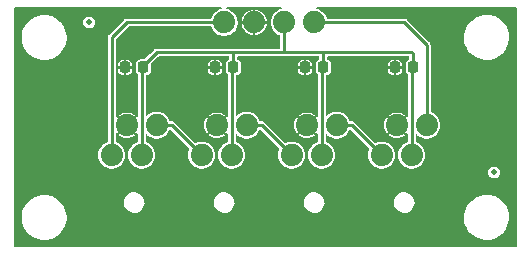
<source format=gtl>
%TF.GenerationSoftware,KiCad,Pcbnew,7.0.6*%
%TF.CreationDate,2023-12-29T14:00:24-07:00*%
%TF.ProjectId,SparkFun_RGB_CBI_Example,53706172-6b46-4756-9e5f-5247425f4342,rev?*%
%TF.SameCoordinates,Original*%
%TF.FileFunction,Copper,L1,Top*%
%TF.FilePolarity,Positive*%
%FSLAX46Y46*%
G04 Gerber Fmt 4.6, Leading zero omitted, Abs format (unit mm)*
G04 Created by KiCad (PCBNEW 7.0.6) date 2023-12-29 14:00:24*
%MOMM*%
%LPD*%
G01*
G04 APERTURE LIST*
G04 Aperture macros list*
%AMRoundRect*
0 Rectangle with rounded corners*
0 $1 Rounding radius*
0 $2 $3 $4 $5 $6 $7 $8 $9 X,Y pos of 4 corners*
0 Add a 4 corners polygon primitive as box body*
4,1,4,$2,$3,$4,$5,$6,$7,$8,$9,$2,$3,0*
0 Add four circle primitives for the rounded corners*
1,1,$1+$1,$2,$3*
1,1,$1+$1,$4,$5*
1,1,$1+$1,$6,$7*
1,1,$1+$1,$8,$9*
0 Add four rect primitives between the rounded corners*
20,1,$1+$1,$2,$3,$4,$5,0*
20,1,$1+$1,$4,$5,$6,$7,0*
20,1,$1+$1,$6,$7,$8,$9,0*
20,1,$1+$1,$8,$9,$2,$3,0*%
G04 Aperture macros list end*
%TA.AperFunction,SMDPad,CuDef*%
%ADD10RoundRect,0.225000X0.225000X0.250000X-0.225000X0.250000X-0.225000X-0.250000X0.225000X-0.250000X0*%
%TD*%
%TA.AperFunction,ComponentPad*%
%ADD11C,1.879600*%
%TD*%
%TA.AperFunction,SMDPad,CuDef*%
%ADD12C,0.500000*%
%TD*%
%TA.AperFunction,Conductor*%
%ADD13C,0.254000*%
%TD*%
G04 APERTURE END LIST*
D10*
%TO.P,C2,1*%
%TO.N,5V*%
X26175000Y15240000D03*
%TO.P,C2,2*%
%TO.N,GND*%
X24625000Y15240000D03*
%TD*%
D11*
%TO.P,D4,1,DIN*%
%TO.N,Net-(D3-DOUT)*%
X12065000Y10350000D03*
%TO.P,D4,2,VDD*%
%TO.N,5V*%
X10795000Y7810000D03*
%TO.P,D4,3,VSS*%
%TO.N,GND*%
X9525000Y10350000D03*
%TO.P,D4,4,DOUT*%
%TO.N,DOUT*%
X8255000Y7810000D03*
%TD*%
%TO.P,D1,1,DIN*%
%TO.N,DIN*%
X34925000Y10350000D03*
%TO.P,D1,2,VDD*%
%TO.N,5V*%
X33655000Y7810000D03*
%TO.P,D1,3,VSS*%
%TO.N,GND*%
X32385000Y10350000D03*
%TO.P,D1,4,DOUT*%
%TO.N,Net-(D1-DOUT)*%
X31115000Y7810000D03*
%TD*%
%TO.P,D3,1,DIN*%
%TO.N,Net-(D2-DOUT)*%
X19685000Y10350000D03*
%TO.P,D3,2,VDD*%
%TO.N,5V*%
X18415000Y7810000D03*
%TO.P,D3,3,VSS*%
%TO.N,GND*%
X17145000Y10350000D03*
%TO.P,D3,4,DOUT*%
%TO.N,Net-(D3-DOUT)*%
X15875000Y7810000D03*
%TD*%
D10*
%TO.P,C1,1*%
%TO.N,5V*%
X33795000Y15240000D03*
%TO.P,C1,2*%
%TO.N,GND*%
X32245000Y15240000D03*
%TD*%
D12*
%TO.P,FID1,*%
%TO.N,*%
X40640000Y6350000D03*
%TD*%
D11*
%TO.P,J1,4,Pin_4*%
%TO.N,DIN*%
X25400000Y19050000D03*
%TO.P,J1,3,Pin_3*%
%TO.N,5V*%
X22860000Y19050000D03*
%TO.P,J1,2,Pin_2*%
%TO.N,GND*%
X20320000Y19050000D03*
%TO.P,J1,1,Pin_1*%
%TO.N,DOUT*%
X17780000Y19050000D03*
%TD*%
D10*
%TO.P,C4,1*%
%TO.N,5V*%
X10935000Y15240000D03*
%TO.P,C4,2*%
%TO.N,GND*%
X9385000Y15240000D03*
%TD*%
%TO.P,C3,1*%
%TO.N,5V*%
X18555000Y15240000D03*
%TO.P,C3,2*%
%TO.N,GND*%
X17005000Y15240000D03*
%TD*%
D12*
%TO.P,FID2,*%
%TO.N,*%
X6350000Y19050000D03*
%TD*%
D11*
%TO.P,D2,1,DIN*%
%TO.N,Net-(D1-DOUT)*%
X27305000Y10350000D03*
%TO.P,D2,2,VDD*%
%TO.N,5V*%
X26035000Y7810000D03*
%TO.P,D2,3,VSS*%
%TO.N,GND*%
X24765000Y10350000D03*
%TO.P,D2,4,DOUT*%
%TO.N,Net-(D2-DOUT)*%
X23495000Y7810000D03*
%TD*%
D13*
%TO.N,5V*%
X22860000Y16555586D02*
X22905586Y16510000D01*
X22860000Y19050000D02*
X22860000Y16555586D01*
X25418313Y16510000D02*
X22905586Y16510000D01*
X22905586Y16510000D02*
X18592367Y16510000D01*
%TO.N,DOUT*%
X8255000Y17780000D02*
X8255000Y7810000D01*
X9525000Y19050000D02*
X8255000Y17780000D01*
X17780000Y19050000D02*
X9525000Y19050000D01*
%TO.N,DIN*%
X34925000Y17145000D02*
X34925000Y10350000D01*
X25400000Y19050000D02*
X33020000Y19050000D01*
X33020000Y19050000D02*
X34925000Y17145000D01*
%TO.N,Net-(D3-DOUT)*%
X13335000Y10350000D02*
X12065000Y10350000D01*
X15875000Y7810000D02*
X13335000Y10350000D01*
%TO.N,Net-(D2-DOUT)*%
X23495000Y7810000D02*
X20955000Y10350000D01*
X20955000Y10350000D02*
X19685000Y10350000D01*
%TO.N,Net-(D1-DOUT)*%
X28575000Y10350000D02*
X27305000Y10350000D01*
X31115000Y7810000D02*
X28575000Y10350000D01*
%TO.N,5V*%
X26165658Y16510000D02*
X25418313Y16510000D01*
X26175000Y16500658D02*
X26165658Y16510000D01*
X26175000Y15240000D02*
X26175000Y16500658D01*
X33655000Y16510000D02*
X26165658Y16510000D01*
X18555000Y16472633D02*
X18592367Y16510000D01*
X18555000Y15240000D02*
X18555000Y16472633D01*
X18592367Y16510000D02*
X12065000Y16510000D01*
X18415000Y7810000D02*
X18415000Y15100000D01*
X18415000Y15100000D02*
X18555000Y15240000D01*
X10795000Y15100000D02*
X10935000Y15240000D01*
X10795000Y7810000D02*
X10795000Y15100000D01*
X10935000Y15380000D02*
X10935000Y15240000D01*
X12065000Y16510000D02*
X10935000Y15380000D01*
X33795000Y16370000D02*
X33655000Y16510000D01*
X33795000Y15240000D02*
X33795000Y16370000D01*
X33655000Y15100000D02*
X33795000Y15240000D01*
X33655000Y7810000D02*
X33655000Y15100000D01*
X26035000Y15100000D02*
X26175000Y15240000D01*
X26035000Y7810000D02*
X26035000Y15100000D01*
%TD*%
%TA.AperFunction,Conductor*%
%TO.N,GND*%
G36*
X17602296Y20301907D02*
G01*
X17628016Y20257358D01*
X17619083Y20206700D01*
X17579678Y20173635D01*
X17567779Y20170381D01*
X17504958Y20158638D01*
X17466604Y20151468D01*
X17269544Y20075127D01*
X17269543Y20075127D01*
X17089869Y19963876D01*
X16933697Y19821506D01*
X16933694Y19821503D01*
X16806341Y19652859D01*
X16712147Y19463692D01*
X16706973Y19445505D01*
X16703164Y19432121D01*
X16673016Y19390444D01*
X16630836Y19377500D01*
X9540934Y19377500D01*
X9537656Y19377643D01*
X9531801Y19378156D01*
X9496016Y19381286D01*
X9496015Y19381286D01*
X9496013Y19381286D01*
X9455633Y19370467D01*
X9452440Y19369759D01*
X9442004Y19367919D01*
X9411259Y19362498D01*
X9407156Y19360128D01*
X9389030Y19352620D01*
X9384458Y19351395D01*
X9384454Y19351393D01*
X9350215Y19327419D01*
X9347449Y19325657D01*
X9311239Y19304750D01*
X9311238Y19304749D01*
X9284366Y19272724D01*
X9282149Y19270306D01*
X8034701Y18022856D01*
X8032282Y18020639D01*
X8000251Y17993762D01*
X8000248Y17993759D01*
X7979340Y17957548D01*
X7977579Y17954783D01*
X7953606Y17920545D01*
X7953605Y17920542D01*
X7952380Y17915970D01*
X7944872Y17897844D01*
X7942502Y17893740D01*
X7935244Y17852578D01*
X7934534Y17849375D01*
X7923713Y17808987D01*
X7927357Y17767338D01*
X7927500Y17764059D01*
X7927500Y8957518D01*
X7909907Y8909180D01*
X7879466Y8887396D01*
X7744546Y8835128D01*
X7564869Y8723876D01*
X7408697Y8581506D01*
X7408694Y8581503D01*
X7281341Y8412859D01*
X7187150Y8223697D01*
X7187144Y8223681D01*
X7129315Y8020436D01*
X7129314Y8020427D01*
X7109815Y7810003D01*
X7109815Y7809998D01*
X7129314Y7599574D01*
X7129315Y7599565D01*
X7187144Y7396320D01*
X7187150Y7396304D01*
X7281341Y7207142D01*
X7408694Y7038498D01*
X7408697Y7038495D01*
X7564869Y6896125D01*
X7744543Y6784874D01*
X7744545Y6784874D01*
X7744547Y6784872D01*
X7941605Y6708532D01*
X8149336Y6669700D01*
X8149340Y6669700D01*
X8360660Y6669700D01*
X8360664Y6669700D01*
X8568395Y6708532D01*
X8765453Y6784872D01*
X8945128Y6896123D01*
X9101302Y7038494D01*
X9228656Y7207138D01*
X9322853Y7396311D01*
X9380686Y7599573D01*
X9400185Y7810000D01*
X9380686Y8020427D01*
X9380684Y8020433D01*
X9380684Y8020436D01*
X9322855Y8223681D01*
X9322853Y8223689D01*
X9319880Y8229659D01*
X9228658Y8412859D01*
X9101305Y8581503D01*
X9101302Y8581506D01*
X8945130Y8723876D01*
X8765453Y8835128D01*
X8630534Y8887396D01*
X8591816Y8921263D01*
X8582500Y8957518D01*
X8582500Y9606664D01*
X8600093Y9655002D01*
X8644642Y9680722D01*
X8695300Y9671789D01*
X8695952Y9671236D01*
X8702242Y9670927D01*
X9174343Y10143029D01*
X9192117Y10108146D01*
X9283146Y10017117D01*
X9318026Y9999345D01*
X8845925Y9527244D01*
X8929448Y9458698D01*
X8929454Y9458694D01*
X9114774Y9359638D01*
X9114773Y9359638D01*
X9315873Y9298635D01*
X9315872Y9298635D01*
X9524999Y9278039D01*
X9734127Y9298635D01*
X9935225Y9359638D01*
X10120545Y9458694D01*
X10120551Y9458698D01*
X10204073Y9527244D01*
X9731972Y9999345D01*
X9766854Y10017117D01*
X9857883Y10108146D01*
X9875655Y10143028D01*
X10347756Y9670927D01*
X10363435Y9671697D01*
X10378434Y9680576D01*
X10429187Y9672197D01*
X10462680Y9633155D01*
X10467500Y9606665D01*
X10467500Y8957518D01*
X10449907Y8909180D01*
X10419466Y8887396D01*
X10284546Y8835128D01*
X10104869Y8723876D01*
X9948697Y8581506D01*
X9948694Y8581503D01*
X9821341Y8412859D01*
X9727150Y8223697D01*
X9727144Y8223681D01*
X9669315Y8020436D01*
X9669314Y8020427D01*
X9649815Y7810003D01*
X9649815Y7809998D01*
X9669314Y7599574D01*
X9669315Y7599565D01*
X9727144Y7396320D01*
X9727150Y7396304D01*
X9821341Y7207142D01*
X9948694Y7038498D01*
X9948697Y7038495D01*
X10104869Y6896125D01*
X10284543Y6784874D01*
X10284545Y6784874D01*
X10284547Y6784872D01*
X10481605Y6708532D01*
X10689336Y6669700D01*
X10689340Y6669700D01*
X10900660Y6669700D01*
X10900664Y6669700D01*
X11108395Y6708532D01*
X11305453Y6784872D01*
X11485128Y6896123D01*
X11641302Y7038494D01*
X11768656Y7207138D01*
X11862853Y7396311D01*
X11920686Y7599573D01*
X11940185Y7810000D01*
X11920686Y8020427D01*
X11920684Y8020433D01*
X11920684Y8020436D01*
X11862855Y8223681D01*
X11862853Y8223689D01*
X11859880Y8229659D01*
X11768658Y8412859D01*
X11641305Y8581503D01*
X11641302Y8581506D01*
X11485130Y8723876D01*
X11305453Y8835128D01*
X11170534Y8887396D01*
X11131816Y8921263D01*
X11122500Y8957518D01*
X11122500Y9495879D01*
X11140093Y9544217D01*
X11184642Y9569937D01*
X11235300Y9561004D01*
X11248362Y9551452D01*
X11374869Y9436125D01*
X11554543Y9324874D01*
X11554545Y9324874D01*
X11554547Y9324872D01*
X11751605Y9248532D01*
X11959336Y9209700D01*
X11959340Y9209700D01*
X12170660Y9209700D01*
X12170664Y9209700D01*
X12378395Y9248532D01*
X12575453Y9324872D01*
X12755128Y9436123D01*
X12911302Y9578494D01*
X13038656Y9747138D01*
X13132853Y9936311D01*
X13132856Y9936320D01*
X13133797Y9938747D01*
X13167664Y9977464D01*
X13218495Y9985354D01*
X13257092Y9964754D01*
X14832381Y8389464D01*
X14854121Y8342844D01*
X14846524Y8302772D01*
X14807148Y8223693D01*
X14807144Y8223681D01*
X14749315Y8020436D01*
X14749314Y8020427D01*
X14729815Y7810003D01*
X14729815Y7809998D01*
X14749314Y7599574D01*
X14749315Y7599565D01*
X14807144Y7396320D01*
X14807150Y7396304D01*
X14901341Y7207142D01*
X15028694Y7038498D01*
X15028697Y7038495D01*
X15184869Y6896125D01*
X15364543Y6784874D01*
X15364545Y6784874D01*
X15364547Y6784872D01*
X15561605Y6708532D01*
X15769336Y6669700D01*
X15769340Y6669700D01*
X15980660Y6669700D01*
X15980664Y6669700D01*
X16188395Y6708532D01*
X16385453Y6784872D01*
X16565128Y6896123D01*
X16721302Y7038494D01*
X16848656Y7207138D01*
X16942853Y7396311D01*
X17000686Y7599573D01*
X17020185Y7810000D01*
X17000686Y8020427D01*
X17000684Y8020433D01*
X17000684Y8020436D01*
X16942855Y8223681D01*
X16942853Y8223689D01*
X16939880Y8229659D01*
X16848658Y8412859D01*
X16721305Y8581503D01*
X16721302Y8581506D01*
X16565130Y8723876D01*
X16385456Y8835127D01*
X16188395Y8911468D01*
X16188394Y8911468D01*
X15980664Y8950300D01*
X15769336Y8950300D01*
X15614003Y8921263D01*
X15561604Y8911468D01*
X15373103Y8838443D01*
X15321674Y8837387D01*
X15292764Y8855391D01*
X14870116Y9278039D01*
X13577844Y10570310D01*
X13575638Y10572718D01*
X13548761Y10604749D01*
X13548760Y10604750D01*
X13530610Y10615229D01*
X13512549Y10625657D01*
X13509782Y10627420D01*
X13475546Y10651392D01*
X13475545Y10651393D01*
X13475543Y10651394D01*
X13470968Y10652620D01*
X13452843Y10660128D01*
X13448737Y10662498D01*
X13448739Y10662498D01*
X13420476Y10667481D01*
X13407565Y10669758D01*
X13404373Y10670465D01*
X13378117Y10677500D01*
X13363984Y10681287D01*
X13363983Y10681287D01*
X13322336Y10677643D01*
X13319058Y10677500D01*
X13214164Y10677500D01*
X13165826Y10695093D01*
X13141835Y10732121D01*
X13132853Y10763689D01*
X13132852Y10763692D01*
X13038658Y10952859D01*
X12911305Y11121503D01*
X12911302Y11121506D01*
X12755130Y11263876D01*
X12575456Y11375127D01*
X12378395Y11451468D01*
X12170664Y11490300D01*
X11959336Y11490300D01*
X11804003Y11461263D01*
X11751604Y11451468D01*
X11554544Y11375127D01*
X11554543Y11375127D01*
X11374869Y11263876D01*
X11248362Y11148549D01*
X11200787Y11128985D01*
X11151768Y11144580D01*
X11124241Y11188034D01*
X11122500Y11204122D01*
X11122500Y14489400D01*
X11140093Y14537738D01*
X11184642Y14563458D01*
X11191811Y14564369D01*
X11193470Y14564500D01*
X11193488Y14564500D01*
X11293126Y14580281D01*
X11413220Y14641472D01*
X11508528Y14736780D01*
X11569719Y14856874D01*
X11585500Y14956512D01*
X11585500Y15138400D01*
X16428001Y15138400D01*
X16428001Y14956597D01*
X16437969Y14888173D01*
X16489563Y14782633D01*
X16572630Y14699566D01*
X16678173Y14647970D01*
X16678172Y14647970D01*
X16746591Y14638001D01*
X16903400Y14638001D01*
X16903400Y15138400D01*
X17106600Y15138400D01*
X17106600Y14638001D01*
X17263401Y14638001D01*
X17263403Y14638002D01*
X17331827Y14647970D01*
X17437367Y14699564D01*
X17520434Y14782631D01*
X17572030Y14888173D01*
X17581999Y14956587D01*
X17582000Y14956597D01*
X17582000Y15138400D01*
X17106600Y15138400D01*
X16903400Y15138400D01*
X16428001Y15138400D01*
X11585500Y15138400D01*
X11585500Y15341600D01*
X16428000Y15341600D01*
X16903400Y15341600D01*
X16903400Y15842000D01*
X17106600Y15842000D01*
X17106600Y15341600D01*
X17581999Y15341600D01*
X17581999Y15523401D01*
X17581998Y15523404D01*
X17572030Y15591828D01*
X17520436Y15697368D01*
X17437369Y15780435D01*
X17331826Y15832031D01*
X17331827Y15832031D01*
X17263413Y15842000D01*
X17106600Y15842000D01*
X16903400Y15842000D01*
X16746598Y15842000D01*
X16746582Y15841998D01*
X16678176Y15832033D01*
X16678174Y15832032D01*
X16572632Y15780437D01*
X16489565Y15697370D01*
X16437969Y15591828D01*
X16428000Y15523414D01*
X16428000Y15341600D01*
X11585500Y15341600D01*
X11585500Y15523488D01*
X11585497Y15523507D01*
X11585497Y15523512D01*
X11585268Y15526429D01*
X11586077Y15526493D01*
X11595312Y15574001D01*
X11606593Y15588441D01*
X12178629Y16160475D01*
X12225250Y16182214D01*
X12231804Y16182500D01*
X18152300Y16182500D01*
X18200638Y16164907D01*
X18226358Y16120358D01*
X18227500Y16107300D01*
X18227500Y15961406D01*
X18209907Y15913068D01*
X18186442Y15894404D01*
X18127819Y15864534D01*
X18076777Y15838527D01*
X17981473Y15743223D01*
X17920281Y15623128D01*
X17904500Y15523491D01*
X17904500Y14956510D01*
X17920281Y14856873D01*
X17958109Y14782633D01*
X17981472Y14736780D01*
X18065474Y14652778D01*
X18087214Y14606159D01*
X18087500Y14599604D01*
X18087500Y11093337D01*
X18069907Y11044999D01*
X18025358Y11019279D01*
X17974700Y11028212D01*
X17974047Y11028766D01*
X17967756Y11029075D01*
X17495655Y10556974D01*
X17477883Y10591854D01*
X17386854Y10682883D01*
X17351972Y10700656D01*
X17824073Y11172758D01*
X17740551Y11241303D01*
X17740545Y11241307D01*
X17555225Y11340363D01*
X17555226Y11340363D01*
X17354126Y11401366D01*
X17354127Y11401366D01*
X17145000Y11421962D01*
X16935872Y11401366D01*
X16734774Y11340363D01*
X16549459Y11241310D01*
X16549449Y11241304D01*
X16465925Y11172758D01*
X16938027Y10700656D01*
X16903146Y10682883D01*
X16812117Y10591854D01*
X16794344Y10556973D01*
X16322242Y11029075D01*
X16253696Y10945551D01*
X16253690Y10945541D01*
X16154637Y10760226D01*
X16093634Y10559128D01*
X16073038Y10350001D01*
X16093634Y10140873D01*
X16154637Y9939775D01*
X16253693Y9754455D01*
X16253697Y9754449D01*
X16322242Y9670927D01*
X16794343Y10143029D01*
X16812117Y10108146D01*
X16903146Y10017117D01*
X16938026Y9999345D01*
X16465925Y9527244D01*
X16549448Y9458698D01*
X16549454Y9458694D01*
X16734774Y9359638D01*
X16734773Y9359638D01*
X16935873Y9298635D01*
X16935872Y9298635D01*
X17145000Y9278039D01*
X17354127Y9298635D01*
X17555225Y9359638D01*
X17740545Y9458694D01*
X17740551Y9458698D01*
X17824073Y9527244D01*
X17351972Y9999345D01*
X17386854Y10017117D01*
X17477883Y10108146D01*
X17495655Y10143028D01*
X17967756Y9670927D01*
X17983435Y9671697D01*
X17998434Y9680576D01*
X18049187Y9672197D01*
X18082680Y9633155D01*
X18087500Y9606665D01*
X18087500Y8957518D01*
X18069907Y8909180D01*
X18039466Y8887396D01*
X17904546Y8835128D01*
X17724869Y8723876D01*
X17568697Y8581506D01*
X17568694Y8581503D01*
X17441341Y8412859D01*
X17347150Y8223697D01*
X17347144Y8223681D01*
X17289315Y8020436D01*
X17289314Y8020427D01*
X17269815Y7810003D01*
X17269815Y7809998D01*
X17289314Y7599574D01*
X17289315Y7599565D01*
X17347144Y7396320D01*
X17347150Y7396304D01*
X17441341Y7207142D01*
X17568694Y7038498D01*
X17568697Y7038495D01*
X17724869Y6896125D01*
X17904543Y6784874D01*
X17904545Y6784874D01*
X17904547Y6784872D01*
X18101605Y6708532D01*
X18309336Y6669700D01*
X18309340Y6669700D01*
X18520660Y6669700D01*
X18520664Y6669700D01*
X18728395Y6708532D01*
X18925453Y6784872D01*
X19105128Y6896123D01*
X19261302Y7038494D01*
X19388656Y7207138D01*
X19482853Y7396311D01*
X19540686Y7599573D01*
X19560185Y7810000D01*
X19540686Y8020427D01*
X19540684Y8020433D01*
X19540684Y8020436D01*
X19482855Y8223681D01*
X19482853Y8223689D01*
X19479880Y8229659D01*
X19388658Y8412859D01*
X19261305Y8581503D01*
X19261302Y8581506D01*
X19105130Y8723876D01*
X18925453Y8835128D01*
X18790534Y8887396D01*
X18751816Y8921263D01*
X18742500Y8957518D01*
X18742500Y9495879D01*
X18760093Y9544217D01*
X18804642Y9569937D01*
X18855300Y9561004D01*
X18868362Y9551452D01*
X18994869Y9436125D01*
X19174543Y9324874D01*
X19174545Y9324874D01*
X19174547Y9324872D01*
X19371605Y9248532D01*
X19579336Y9209700D01*
X19579340Y9209700D01*
X19790660Y9209700D01*
X19790664Y9209700D01*
X19998395Y9248532D01*
X20195453Y9324872D01*
X20375128Y9436123D01*
X20531302Y9578494D01*
X20658656Y9747138D01*
X20752853Y9936311D01*
X20752856Y9936320D01*
X20753797Y9938747D01*
X20787664Y9977464D01*
X20838495Y9985354D01*
X20877092Y9964754D01*
X22452381Y8389464D01*
X22474121Y8342844D01*
X22466524Y8302772D01*
X22427148Y8223693D01*
X22427144Y8223681D01*
X22369315Y8020436D01*
X22369314Y8020427D01*
X22349815Y7810003D01*
X22349815Y7809998D01*
X22369314Y7599574D01*
X22369315Y7599565D01*
X22427144Y7396320D01*
X22427150Y7396304D01*
X22521341Y7207142D01*
X22648694Y7038498D01*
X22648697Y7038495D01*
X22804869Y6896125D01*
X22984543Y6784874D01*
X22984545Y6784874D01*
X22984547Y6784872D01*
X23181605Y6708532D01*
X23389336Y6669700D01*
X23389340Y6669700D01*
X23600660Y6669700D01*
X23600664Y6669700D01*
X23808395Y6708532D01*
X24005453Y6784872D01*
X24185128Y6896123D01*
X24341302Y7038494D01*
X24468656Y7207138D01*
X24562853Y7396311D01*
X24620686Y7599573D01*
X24640185Y7810000D01*
X24620686Y8020427D01*
X24620684Y8020433D01*
X24620684Y8020436D01*
X24562855Y8223681D01*
X24562853Y8223689D01*
X24559880Y8229659D01*
X24468658Y8412859D01*
X24341305Y8581503D01*
X24341302Y8581506D01*
X24185130Y8723876D01*
X24005456Y8835127D01*
X23808395Y8911468D01*
X23808394Y8911468D01*
X23600664Y8950300D01*
X23389336Y8950300D01*
X23234003Y8921263D01*
X23181604Y8911468D01*
X22993103Y8838443D01*
X22941674Y8837387D01*
X22912764Y8855391D01*
X22490116Y9278039D01*
X21197844Y10570310D01*
X21195638Y10572718D01*
X21168761Y10604749D01*
X21168760Y10604750D01*
X21150610Y10615229D01*
X21132549Y10625657D01*
X21129782Y10627420D01*
X21095546Y10651392D01*
X21095545Y10651393D01*
X21095543Y10651394D01*
X21090968Y10652620D01*
X21072843Y10660128D01*
X21068737Y10662498D01*
X21068739Y10662498D01*
X21040476Y10667481D01*
X21027565Y10669758D01*
X21024373Y10670465D01*
X20998117Y10677500D01*
X20983984Y10681287D01*
X20983983Y10681287D01*
X20942336Y10677643D01*
X20939058Y10677500D01*
X20834164Y10677500D01*
X20785826Y10695093D01*
X20761835Y10732121D01*
X20752853Y10763689D01*
X20752852Y10763692D01*
X20658658Y10952859D01*
X20531305Y11121503D01*
X20531302Y11121506D01*
X20375130Y11263876D01*
X20195456Y11375127D01*
X19998395Y11451468D01*
X19790664Y11490300D01*
X19579336Y11490300D01*
X19424003Y11461263D01*
X19371604Y11451468D01*
X19174544Y11375127D01*
X19174543Y11375127D01*
X18994869Y11263876D01*
X18868362Y11148549D01*
X18820787Y11128985D01*
X18771768Y11144580D01*
X18744241Y11188034D01*
X18742500Y11204122D01*
X18742500Y14489400D01*
X18760093Y14537738D01*
X18804642Y14563458D01*
X18811811Y14564369D01*
X18813470Y14564500D01*
X18813488Y14564500D01*
X18913126Y14580281D01*
X19033220Y14641472D01*
X19128528Y14736780D01*
X19189719Y14856874D01*
X19205500Y14956512D01*
X19205500Y15138400D01*
X24048001Y15138400D01*
X24048001Y14956597D01*
X24057969Y14888173D01*
X24109563Y14782633D01*
X24192630Y14699566D01*
X24298173Y14647970D01*
X24298172Y14647970D01*
X24366591Y14638001D01*
X24523400Y14638001D01*
X24523400Y15138400D01*
X24726600Y15138400D01*
X24726600Y14638001D01*
X24883401Y14638001D01*
X24883403Y14638002D01*
X24951827Y14647970D01*
X25057367Y14699564D01*
X25140434Y14782631D01*
X25192030Y14888173D01*
X25201999Y14956587D01*
X25202000Y14956597D01*
X25202000Y15138400D01*
X24726600Y15138400D01*
X24523400Y15138400D01*
X24048001Y15138400D01*
X19205500Y15138400D01*
X19205500Y15341600D01*
X24048000Y15341600D01*
X24523400Y15341600D01*
X24523400Y15842000D01*
X24726600Y15842000D01*
X24726600Y15341600D01*
X25201999Y15341600D01*
X25201999Y15523401D01*
X25201998Y15523404D01*
X25192030Y15591828D01*
X25140436Y15697368D01*
X25057369Y15780435D01*
X24951826Y15832031D01*
X24951827Y15832031D01*
X24883413Y15842000D01*
X24726600Y15842000D01*
X24523400Y15842000D01*
X24366598Y15842000D01*
X24366582Y15841998D01*
X24298176Y15832033D01*
X24298174Y15832032D01*
X24192632Y15780437D01*
X24109565Y15697370D01*
X24057969Y15591828D01*
X24048000Y15523414D01*
X24048000Y15341600D01*
X19205500Y15341600D01*
X19205500Y15523488D01*
X19189719Y15623126D01*
X19128528Y15743220D01*
X19128527Y15743221D01*
X19128526Y15743223D01*
X19033222Y15838527D01*
X19026406Y15842000D01*
X18923558Y15894404D01*
X18888478Y15932023D01*
X18882500Y15961406D01*
X18882500Y16107300D01*
X18900093Y16155638D01*
X18944642Y16181358D01*
X18957700Y16182500D01*
X22852573Y16182500D01*
X22872035Y16179938D01*
X22876601Y16178714D01*
X22918240Y16182357D01*
X22921519Y16182500D01*
X25389661Y16182500D01*
X25772300Y16182500D01*
X25820638Y16164907D01*
X25846358Y16120358D01*
X25847500Y16107300D01*
X25847500Y15961406D01*
X25829907Y15913068D01*
X25806442Y15894404D01*
X25747819Y15864534D01*
X25696777Y15838527D01*
X25601473Y15743223D01*
X25540281Y15623128D01*
X25524500Y15523491D01*
X25524500Y14956510D01*
X25540281Y14856873D01*
X25578109Y14782633D01*
X25601472Y14736780D01*
X25685474Y14652778D01*
X25707214Y14606159D01*
X25707500Y14599604D01*
X25707500Y11093337D01*
X25689907Y11044999D01*
X25645358Y11019279D01*
X25594700Y11028212D01*
X25594047Y11028766D01*
X25587756Y11029075D01*
X25115655Y10556974D01*
X25097883Y10591854D01*
X25006854Y10682883D01*
X24971972Y10700656D01*
X25444073Y11172758D01*
X25360551Y11241303D01*
X25360545Y11241307D01*
X25175225Y11340363D01*
X25175226Y11340363D01*
X24974126Y11401366D01*
X24974127Y11401366D01*
X24764999Y11421962D01*
X24555872Y11401366D01*
X24354774Y11340363D01*
X24169459Y11241310D01*
X24169449Y11241304D01*
X24085925Y11172758D01*
X24558027Y10700656D01*
X24523146Y10682883D01*
X24432117Y10591854D01*
X24414344Y10556973D01*
X23942242Y11029075D01*
X23873696Y10945551D01*
X23873690Y10945541D01*
X23774637Y10760226D01*
X23713634Y10559128D01*
X23693038Y10350001D01*
X23713634Y10140873D01*
X23774637Y9939775D01*
X23873693Y9754455D01*
X23873697Y9754449D01*
X23942242Y9670927D01*
X24414343Y10143029D01*
X24432117Y10108146D01*
X24523146Y10017117D01*
X24558026Y9999345D01*
X24085925Y9527244D01*
X24169448Y9458698D01*
X24169454Y9458694D01*
X24354774Y9359638D01*
X24354773Y9359638D01*
X24555873Y9298635D01*
X24555872Y9298635D01*
X24765000Y9278039D01*
X24974127Y9298635D01*
X25175225Y9359638D01*
X25360545Y9458694D01*
X25360551Y9458698D01*
X25444073Y9527244D01*
X24971972Y9999345D01*
X25006854Y10017117D01*
X25097883Y10108146D01*
X25115655Y10143028D01*
X25587756Y9670927D01*
X25603435Y9671697D01*
X25618434Y9680576D01*
X25669187Y9672197D01*
X25702680Y9633155D01*
X25707500Y9606665D01*
X25707500Y8957518D01*
X25689907Y8909180D01*
X25659466Y8887396D01*
X25524546Y8835128D01*
X25344869Y8723876D01*
X25188697Y8581506D01*
X25188694Y8581503D01*
X25061341Y8412859D01*
X24967150Y8223697D01*
X24967144Y8223681D01*
X24909315Y8020436D01*
X24909314Y8020427D01*
X24889815Y7810003D01*
X24889815Y7809998D01*
X24909314Y7599574D01*
X24909315Y7599565D01*
X24967144Y7396320D01*
X24967150Y7396304D01*
X25061341Y7207142D01*
X25188694Y7038498D01*
X25188697Y7038495D01*
X25344869Y6896125D01*
X25524543Y6784874D01*
X25524545Y6784874D01*
X25524547Y6784872D01*
X25721605Y6708532D01*
X25929336Y6669700D01*
X25929340Y6669700D01*
X26140660Y6669700D01*
X26140664Y6669700D01*
X26348395Y6708532D01*
X26545453Y6784872D01*
X26725128Y6896123D01*
X26881302Y7038494D01*
X27008656Y7207138D01*
X27102853Y7396311D01*
X27160686Y7599573D01*
X27180185Y7810000D01*
X27160686Y8020427D01*
X27160684Y8020433D01*
X27160684Y8020436D01*
X27102855Y8223681D01*
X27102853Y8223689D01*
X27099880Y8229659D01*
X27008658Y8412859D01*
X26881305Y8581503D01*
X26881302Y8581506D01*
X26725130Y8723876D01*
X26545453Y8835128D01*
X26410534Y8887396D01*
X26371816Y8921263D01*
X26362500Y8957518D01*
X26362500Y9495879D01*
X26380093Y9544217D01*
X26424642Y9569937D01*
X26475300Y9561004D01*
X26488362Y9551452D01*
X26614869Y9436125D01*
X26794543Y9324874D01*
X26794545Y9324874D01*
X26794547Y9324872D01*
X26991605Y9248532D01*
X27199336Y9209700D01*
X27199340Y9209700D01*
X27410660Y9209700D01*
X27410664Y9209700D01*
X27618395Y9248532D01*
X27815453Y9324872D01*
X27995128Y9436123D01*
X28151302Y9578494D01*
X28278656Y9747138D01*
X28372853Y9936311D01*
X28372856Y9936320D01*
X28373797Y9938747D01*
X28407664Y9977464D01*
X28458495Y9985354D01*
X28497092Y9964754D01*
X30072381Y8389464D01*
X30094121Y8342844D01*
X30086524Y8302772D01*
X30047148Y8223693D01*
X30047144Y8223681D01*
X29989315Y8020436D01*
X29989314Y8020427D01*
X29969815Y7810003D01*
X29969815Y7809998D01*
X29989314Y7599574D01*
X29989315Y7599565D01*
X30047144Y7396320D01*
X30047150Y7396304D01*
X30141341Y7207142D01*
X30268694Y7038498D01*
X30268697Y7038495D01*
X30424869Y6896125D01*
X30604543Y6784874D01*
X30604545Y6784874D01*
X30604547Y6784872D01*
X30801605Y6708532D01*
X31009336Y6669700D01*
X31009340Y6669700D01*
X31220660Y6669700D01*
X31220664Y6669700D01*
X31428395Y6708532D01*
X31625453Y6784872D01*
X31805128Y6896123D01*
X31961302Y7038494D01*
X32088656Y7207138D01*
X32182853Y7396311D01*
X32240686Y7599573D01*
X32260185Y7810000D01*
X32240686Y8020427D01*
X32240684Y8020433D01*
X32240684Y8020436D01*
X32182855Y8223681D01*
X32182853Y8223689D01*
X32179880Y8229659D01*
X32088658Y8412859D01*
X31961305Y8581503D01*
X31961302Y8581506D01*
X31805130Y8723876D01*
X31625456Y8835127D01*
X31428395Y8911468D01*
X31428394Y8911468D01*
X31220664Y8950300D01*
X31009336Y8950300D01*
X30854003Y8921263D01*
X30801604Y8911468D01*
X30613103Y8838443D01*
X30561674Y8837387D01*
X30532764Y8855391D01*
X30110116Y9278039D01*
X28817844Y10570310D01*
X28815638Y10572718D01*
X28788761Y10604749D01*
X28788760Y10604750D01*
X28770610Y10615229D01*
X28752549Y10625657D01*
X28749782Y10627420D01*
X28715546Y10651392D01*
X28715545Y10651393D01*
X28715543Y10651394D01*
X28710968Y10652620D01*
X28692843Y10660128D01*
X28688737Y10662498D01*
X28688739Y10662498D01*
X28660476Y10667481D01*
X28647565Y10669758D01*
X28644373Y10670465D01*
X28618117Y10677500D01*
X28603984Y10681287D01*
X28603983Y10681287D01*
X28562336Y10677643D01*
X28559058Y10677500D01*
X28454164Y10677500D01*
X28405826Y10695093D01*
X28381835Y10732121D01*
X28372853Y10763689D01*
X28372852Y10763692D01*
X28278658Y10952859D01*
X28151305Y11121503D01*
X28151302Y11121506D01*
X27995130Y11263876D01*
X27815456Y11375127D01*
X27618395Y11451468D01*
X27410664Y11490300D01*
X27199336Y11490300D01*
X27044003Y11461263D01*
X26991604Y11451468D01*
X26794544Y11375127D01*
X26794543Y11375127D01*
X26614869Y11263876D01*
X26488362Y11148549D01*
X26440787Y11128985D01*
X26391768Y11144580D01*
X26364241Y11188034D01*
X26362500Y11204122D01*
X26362500Y14489400D01*
X26380093Y14537738D01*
X26424642Y14563458D01*
X26431811Y14564369D01*
X26433470Y14564500D01*
X26433488Y14564500D01*
X26533126Y14580281D01*
X26653220Y14641472D01*
X26748528Y14736780D01*
X26809719Y14856874D01*
X26825500Y14956512D01*
X26825500Y15138400D01*
X31668001Y15138400D01*
X31668001Y14956597D01*
X31677969Y14888173D01*
X31729563Y14782633D01*
X31812630Y14699566D01*
X31918173Y14647970D01*
X31918172Y14647970D01*
X31986591Y14638001D01*
X32143400Y14638001D01*
X32143400Y15138400D01*
X32346600Y15138400D01*
X32346600Y14638001D01*
X32503401Y14638001D01*
X32503403Y14638002D01*
X32571827Y14647970D01*
X32677367Y14699564D01*
X32760434Y14782631D01*
X32812030Y14888173D01*
X32821999Y14956587D01*
X32822000Y14956597D01*
X32822000Y15138400D01*
X32346600Y15138400D01*
X32143400Y15138400D01*
X31668001Y15138400D01*
X26825500Y15138400D01*
X26825500Y15341600D01*
X31668000Y15341600D01*
X32143400Y15341600D01*
X32143400Y15842000D01*
X32346600Y15842000D01*
X32346600Y15341600D01*
X32821999Y15341600D01*
X32821999Y15523401D01*
X32821998Y15523404D01*
X32812030Y15591828D01*
X32760436Y15697368D01*
X32677369Y15780435D01*
X32571826Y15832031D01*
X32571827Y15832031D01*
X32503413Y15842000D01*
X32346600Y15842000D01*
X32143400Y15842000D01*
X31986598Y15842000D01*
X31986582Y15841998D01*
X31918176Y15832033D01*
X31918174Y15832032D01*
X31812632Y15780437D01*
X31729565Y15697370D01*
X31677969Y15591828D01*
X31668000Y15523414D01*
X31668000Y15341600D01*
X26825500Y15341600D01*
X26825500Y15523488D01*
X26809719Y15623126D01*
X26748528Y15743220D01*
X26748527Y15743221D01*
X26748526Y15743223D01*
X26653222Y15838527D01*
X26646406Y15842000D01*
X26543558Y15894404D01*
X26508478Y15932023D01*
X26502500Y15961406D01*
X26502500Y16107300D01*
X26520093Y16155638D01*
X26564642Y16181358D01*
X26577700Y16182500D01*
X33392300Y16182500D01*
X33440638Y16164907D01*
X33466358Y16120358D01*
X33467500Y16107300D01*
X33467500Y15961406D01*
X33449907Y15913068D01*
X33426442Y15894404D01*
X33367819Y15864534D01*
X33316777Y15838527D01*
X33221473Y15743223D01*
X33160281Y15623128D01*
X33144500Y15523491D01*
X33144500Y14956510D01*
X33160281Y14856873D01*
X33198109Y14782633D01*
X33221472Y14736780D01*
X33305474Y14652778D01*
X33327214Y14606159D01*
X33327500Y14599604D01*
X33327500Y11093337D01*
X33309907Y11044999D01*
X33265358Y11019279D01*
X33214700Y11028212D01*
X33214047Y11028766D01*
X33207756Y11029075D01*
X32735655Y10556974D01*
X32717883Y10591854D01*
X32626854Y10682883D01*
X32591972Y10700656D01*
X33064073Y11172758D01*
X32980551Y11241303D01*
X32980545Y11241307D01*
X32795225Y11340363D01*
X32795226Y11340363D01*
X32594126Y11401366D01*
X32594127Y11401366D01*
X32384999Y11421962D01*
X32175872Y11401366D01*
X31974774Y11340363D01*
X31789459Y11241310D01*
X31789449Y11241304D01*
X31705925Y11172758D01*
X32178027Y10700656D01*
X32143146Y10682883D01*
X32052117Y10591854D01*
X32034344Y10556974D01*
X31562242Y11029075D01*
X31493696Y10945551D01*
X31493690Y10945541D01*
X31394637Y10760226D01*
X31333634Y10559128D01*
X31313038Y10350000D01*
X31333634Y10140873D01*
X31394637Y9939775D01*
X31493693Y9754455D01*
X31493697Y9754449D01*
X31562242Y9670927D01*
X32034343Y10143029D01*
X32052117Y10108146D01*
X32143146Y10017117D01*
X32178026Y9999345D01*
X31705925Y9527244D01*
X31789448Y9458698D01*
X31789454Y9458694D01*
X31974774Y9359638D01*
X31974773Y9359638D01*
X32175873Y9298635D01*
X32175872Y9298635D01*
X32384999Y9278039D01*
X32594127Y9298635D01*
X32795225Y9359638D01*
X32980545Y9458694D01*
X32980551Y9458698D01*
X33064073Y9527244D01*
X32591972Y9999345D01*
X32626854Y10017117D01*
X32717883Y10108146D01*
X32735655Y10143028D01*
X33207756Y9670927D01*
X33223435Y9671697D01*
X33238434Y9680576D01*
X33289187Y9672197D01*
X33322680Y9633155D01*
X33327500Y9606665D01*
X33327500Y8957518D01*
X33309907Y8909180D01*
X33279466Y8887396D01*
X33144546Y8835128D01*
X32964869Y8723876D01*
X32808697Y8581506D01*
X32808694Y8581503D01*
X32681341Y8412859D01*
X32587150Y8223697D01*
X32587144Y8223681D01*
X32529315Y8020436D01*
X32529314Y8020427D01*
X32509815Y7810003D01*
X32509815Y7809998D01*
X32529314Y7599574D01*
X32529315Y7599565D01*
X32587144Y7396320D01*
X32587150Y7396304D01*
X32681341Y7207142D01*
X32808694Y7038498D01*
X32808697Y7038495D01*
X32964869Y6896125D01*
X33144543Y6784874D01*
X33144545Y6784874D01*
X33144547Y6784872D01*
X33341605Y6708532D01*
X33549336Y6669700D01*
X33549340Y6669700D01*
X33760660Y6669700D01*
X33760664Y6669700D01*
X33968395Y6708532D01*
X34165453Y6784872D01*
X34345128Y6896123D01*
X34501302Y7038494D01*
X34628656Y7207138D01*
X34722853Y7396311D01*
X34780686Y7599573D01*
X34800185Y7810000D01*
X34780686Y8020427D01*
X34780684Y8020433D01*
X34780684Y8020436D01*
X34722855Y8223681D01*
X34722853Y8223689D01*
X34719880Y8229659D01*
X34628658Y8412859D01*
X34501305Y8581503D01*
X34501302Y8581506D01*
X34345130Y8723876D01*
X34165453Y8835128D01*
X34030534Y8887396D01*
X33991816Y8921263D01*
X33982500Y8957518D01*
X33982500Y9495879D01*
X34000093Y9544217D01*
X34044642Y9569937D01*
X34095300Y9561004D01*
X34108362Y9551452D01*
X34234869Y9436125D01*
X34414543Y9324874D01*
X34414545Y9324874D01*
X34414547Y9324872D01*
X34611605Y9248532D01*
X34819336Y9209700D01*
X34819340Y9209700D01*
X35030660Y9209700D01*
X35030664Y9209700D01*
X35238395Y9248532D01*
X35435453Y9324872D01*
X35615128Y9436123D01*
X35771302Y9578494D01*
X35898656Y9747138D01*
X35992853Y9936311D01*
X36050686Y10139573D01*
X36070185Y10350000D01*
X36050686Y10560427D01*
X36050684Y10560433D01*
X36050684Y10560436D01*
X36011939Y10696607D01*
X35992853Y10763689D01*
X35989880Y10769659D01*
X35898658Y10952859D01*
X35771305Y11121503D01*
X35771302Y11121506D01*
X35615130Y11263876D01*
X35435453Y11375128D01*
X35300534Y11427396D01*
X35261816Y11461263D01*
X35252500Y11497518D01*
X35252500Y17129059D01*
X35252643Y17132337D01*
X35252743Y17133484D01*
X35256287Y17173984D01*
X35245461Y17214383D01*
X35244759Y17217547D01*
X35237497Y17258739D01*
X35235128Y17262842D01*
X35227617Y17280978D01*
X35226394Y17285543D01*
X35202410Y17319796D01*
X35200660Y17322543D01*
X35179750Y17358760D01*
X35179748Y17358762D01*
X35147716Y17385641D01*
X35145308Y17387847D01*
X34822787Y17710368D01*
X38099686Y17710368D01*
X38130129Y17433691D01*
X38200531Y17164401D01*
X38309393Y16908227D01*
X38309395Y16908224D01*
X38454388Y16670643D01*
X38454394Y16670634D01*
X38632438Y16456692D01*
X38632442Y16456688D01*
X38839745Y16270944D01*
X39071883Y16117363D01*
X39323909Y15999218D01*
X39590451Y15919027D01*
X39865828Y15878500D01*
X39865832Y15878500D01*
X40074493Y15878500D01*
X40282592Y15893731D01*
X40282594Y15893732D01*
X40282601Y15893732D01*
X40554286Y15954252D01*
X40814263Y16053685D01*
X41056993Y16189911D01*
X41277301Y16360028D01*
X41470492Y16560408D01*
X41632449Y16786782D01*
X41759719Y17034325D01*
X41822232Y17217564D01*
X41849589Y17297754D01*
X41849589Y17297757D01*
X41849591Y17297761D01*
X41900148Y17571474D01*
X41910314Y17849632D01*
X41879871Y18126306D01*
X41809469Y18395599D01*
X41700607Y18651772D01*
X41690791Y18667856D01*
X41555611Y18889358D01*
X41555605Y18889367D01*
X41377561Y19103309D01*
X41377557Y19103313D01*
X41188489Y19272718D01*
X41170255Y19289056D01*
X41009980Y19395093D01*
X40938116Y19442638D01*
X40686089Y19560783D01*
X40534246Y19606466D01*
X40419549Y19640973D01*
X40247672Y19666268D01*
X40144173Y19681500D01*
X40144172Y19681500D01*
X39935511Y19681500D01*
X39935507Y19681500D01*
X39727407Y19666270D01*
X39455709Y19605747D01*
X39195739Y19506316D01*
X39195735Y19506314D01*
X38953010Y19370092D01*
X38732699Y19199973D01*
X38539512Y18999597D01*
X38539504Y18999587D01*
X38377553Y18773223D01*
X38250278Y18525670D01*
X38160410Y18262247D01*
X38160408Y18262237D01*
X38109852Y17988529D01*
X38099686Y17710372D01*
X38099686Y17710368D01*
X34822787Y17710368D01*
X33262844Y19270310D01*
X33260638Y19272718D01*
X33233761Y19304749D01*
X33233760Y19304750D01*
X33215610Y19315229D01*
X33197549Y19325657D01*
X33194782Y19327420D01*
X33160546Y19351392D01*
X33160545Y19351393D01*
X33160543Y19351394D01*
X33155968Y19352620D01*
X33137843Y19360128D01*
X33133737Y19362498D01*
X33133739Y19362498D01*
X33105476Y19367481D01*
X33092565Y19369758D01*
X33089373Y19370465D01*
X33063117Y19377500D01*
X33048984Y19381287D01*
X33048983Y19381287D01*
X33007336Y19377643D01*
X33004058Y19377500D01*
X26549164Y19377500D01*
X26500826Y19395093D01*
X26476835Y19432121D01*
X26467853Y19463689D01*
X26467852Y19463692D01*
X26373658Y19652859D01*
X26352029Y19681500D01*
X26256507Y19807993D01*
X26246305Y19821503D01*
X26246302Y19821506D01*
X26090130Y19963876D01*
X25910456Y20075127D01*
X25713395Y20151468D01*
X25713394Y20151468D01*
X25612223Y20170381D01*
X25567942Y20196556D01*
X25550846Y20245072D01*
X25568935Y20293226D01*
X25613745Y20318488D01*
X25626042Y20319500D01*
X42469300Y20319500D01*
X42517638Y20301907D01*
X42543358Y20257358D01*
X42544500Y20244300D01*
X42544500Y75700D01*
X42526907Y27362D01*
X42482358Y1642D01*
X42469300Y500D01*
X75700Y500D01*
X27362Y18093D01*
X1642Y62642D01*
X500Y75700D01*
X500Y2470368D01*
X634686Y2470368D01*
X665129Y2193691D01*
X735531Y1924401D01*
X844393Y1668227D01*
X844395Y1668224D01*
X989388Y1430643D01*
X989394Y1430634D01*
X1167438Y1216692D01*
X1167442Y1216688D01*
X1374745Y1030944D01*
X1606883Y877363D01*
X1858909Y759218D01*
X2125451Y679027D01*
X2400828Y638500D01*
X2400832Y638500D01*
X2609493Y638500D01*
X2817592Y653731D01*
X2817594Y653732D01*
X2817601Y653732D01*
X3089286Y714252D01*
X3349263Y813685D01*
X3591993Y949911D01*
X3812301Y1120028D01*
X4005492Y1320408D01*
X4167449Y1546782D01*
X4294719Y1794325D01*
X4384591Y2057761D01*
X4435148Y2331474D01*
X4440224Y2470368D01*
X38099686Y2470368D01*
X38130129Y2193691D01*
X38200531Y1924401D01*
X38309393Y1668227D01*
X38309395Y1668224D01*
X38454388Y1430643D01*
X38454394Y1430634D01*
X38632438Y1216692D01*
X38632442Y1216688D01*
X38839745Y1030944D01*
X39071883Y877363D01*
X39323909Y759218D01*
X39590451Y679027D01*
X39865828Y638500D01*
X39865832Y638500D01*
X40074493Y638500D01*
X40282592Y653731D01*
X40282594Y653732D01*
X40282601Y653732D01*
X40554286Y714252D01*
X40814263Y813685D01*
X41056993Y949911D01*
X41277301Y1120028D01*
X41470492Y1320408D01*
X41632449Y1546782D01*
X41759719Y1794325D01*
X41849591Y2057761D01*
X41900148Y2331474D01*
X41910314Y2609632D01*
X41879871Y2886306D01*
X41809469Y3155599D01*
X41700607Y3411772D01*
X41555607Y3649364D01*
X41555605Y3649367D01*
X41377561Y3863309D01*
X41377557Y3863313D01*
X41170257Y4049054D01*
X41170255Y4049056D01*
X41015496Y4151444D01*
X40938116Y4202638D01*
X40686089Y4320783D01*
X40534246Y4366466D01*
X40419549Y4400973D01*
X40247672Y4426268D01*
X40144173Y4441500D01*
X40144172Y4441500D01*
X39935511Y4441500D01*
X39935507Y4441500D01*
X39727407Y4426270D01*
X39455709Y4365747D01*
X39195739Y4266316D01*
X39195735Y4266314D01*
X38953010Y4130092D01*
X38732699Y3959973D01*
X38539512Y3759597D01*
X38539504Y3759587D01*
X38377553Y3533223D01*
X38250278Y3285670D01*
X38160410Y3022247D01*
X38160408Y3022237D01*
X38109852Y2748529D01*
X38099686Y2470372D01*
X38099686Y2470368D01*
X4440224Y2470368D01*
X4445314Y2609632D01*
X4414871Y2886306D01*
X4344469Y3155599D01*
X4235607Y3411772D01*
X4090607Y3649364D01*
X4090605Y3649367D01*
X3917244Y3857682D01*
X9280630Y3857682D01*
X9290939Y3667524D01*
X9341886Y3484034D01*
X9341888Y3484028D01*
X9431083Y3315788D01*
X9431087Y3315783D01*
X9554369Y3170643D01*
X9554371Y3170641D01*
X9574159Y3155599D01*
X9705971Y3055398D01*
X9878803Y2975438D01*
X10064784Y2934500D01*
X10064786Y2934500D01*
X10207463Y2934500D01*
X10207465Y2934500D01*
X10349316Y2949927D01*
X10529780Y3010733D01*
X10692954Y3108911D01*
X10831207Y3239871D01*
X10938075Y3397490D01*
X11008562Y3574398D01*
X11039370Y3762322D01*
X11034200Y3857682D01*
X16900630Y3857682D01*
X16910939Y3667524D01*
X16961886Y3484034D01*
X16961888Y3484028D01*
X17051083Y3315788D01*
X17051087Y3315783D01*
X17174369Y3170643D01*
X17174371Y3170641D01*
X17194159Y3155599D01*
X17325971Y3055398D01*
X17498803Y2975438D01*
X17684784Y2934500D01*
X17684786Y2934500D01*
X17827463Y2934500D01*
X17827465Y2934500D01*
X17969316Y2949927D01*
X18149780Y3010733D01*
X18312954Y3108911D01*
X18451207Y3239871D01*
X18558075Y3397490D01*
X18628562Y3574398D01*
X18659370Y3762322D01*
X18654200Y3857682D01*
X24520630Y3857682D01*
X24530939Y3667524D01*
X24581886Y3484034D01*
X24581888Y3484028D01*
X24671083Y3315788D01*
X24671087Y3315783D01*
X24794369Y3170643D01*
X24794371Y3170641D01*
X24814159Y3155599D01*
X24945971Y3055398D01*
X25118803Y2975438D01*
X25304784Y2934500D01*
X25304786Y2934500D01*
X25447463Y2934500D01*
X25447465Y2934500D01*
X25589316Y2949927D01*
X25769780Y3010733D01*
X25932954Y3108911D01*
X26071207Y3239871D01*
X26178075Y3397490D01*
X26248562Y3574398D01*
X26279370Y3762322D01*
X26274200Y3857682D01*
X32140630Y3857682D01*
X32150939Y3667524D01*
X32201886Y3484034D01*
X32201888Y3484028D01*
X32291083Y3315788D01*
X32291087Y3315783D01*
X32414369Y3170643D01*
X32414371Y3170641D01*
X32434159Y3155599D01*
X32565971Y3055398D01*
X32738803Y2975438D01*
X32924784Y2934500D01*
X32924786Y2934500D01*
X33067463Y2934500D01*
X33067465Y2934500D01*
X33209316Y2949927D01*
X33389780Y3010733D01*
X33552954Y3108911D01*
X33691207Y3239871D01*
X33798075Y3397490D01*
X33868562Y3574398D01*
X33899370Y3762322D01*
X33889061Y3952475D01*
X33838114Y4135967D01*
X33802768Y4202637D01*
X33748916Y4304213D01*
X33748912Y4304218D01*
X33696648Y4365748D01*
X33625631Y4449357D01*
X33625630Y4449358D01*
X33625628Y4449360D01*
X33474029Y4564602D01*
X33301199Y4644561D01*
X33301197Y4644562D01*
X33115216Y4685500D01*
X32972535Y4685500D01*
X32937918Y4681736D01*
X32830687Y4670074D01*
X32830684Y4670073D01*
X32650220Y4609268D01*
X32487047Y4511090D01*
X32487042Y4511086D01*
X32348792Y4380129D01*
X32348791Y4380127D01*
X32241927Y4222515D01*
X32241923Y4222506D01*
X32171437Y4045601D01*
X32140630Y3857684D01*
X32140630Y3857682D01*
X26274200Y3857682D01*
X26269061Y3952475D01*
X26218114Y4135967D01*
X26182768Y4202637D01*
X26128916Y4304213D01*
X26128912Y4304218D01*
X26076648Y4365748D01*
X26005631Y4449357D01*
X26005630Y4449358D01*
X26005628Y4449360D01*
X25854029Y4564602D01*
X25681199Y4644561D01*
X25681197Y4644562D01*
X25495216Y4685500D01*
X25352535Y4685500D01*
X25317918Y4681736D01*
X25210687Y4670074D01*
X25210684Y4670073D01*
X25030220Y4609268D01*
X24867047Y4511090D01*
X24867042Y4511086D01*
X24728792Y4380129D01*
X24728791Y4380127D01*
X24621927Y4222515D01*
X24621923Y4222506D01*
X24551437Y4045601D01*
X24520630Y3857684D01*
X24520630Y3857682D01*
X18654200Y3857682D01*
X18649061Y3952475D01*
X18598114Y4135967D01*
X18562768Y4202637D01*
X18508916Y4304213D01*
X18508912Y4304218D01*
X18456648Y4365748D01*
X18385631Y4449357D01*
X18385630Y4449358D01*
X18385628Y4449360D01*
X18234029Y4564602D01*
X18061199Y4644561D01*
X18061197Y4644562D01*
X17875216Y4685500D01*
X17732535Y4685500D01*
X17697918Y4681736D01*
X17590687Y4670074D01*
X17590684Y4670073D01*
X17410220Y4609268D01*
X17247047Y4511090D01*
X17247042Y4511086D01*
X17108792Y4380129D01*
X17108791Y4380127D01*
X17001927Y4222515D01*
X17001923Y4222506D01*
X16931437Y4045601D01*
X16900630Y3857684D01*
X16900630Y3857682D01*
X11034200Y3857682D01*
X11029061Y3952475D01*
X10978114Y4135967D01*
X10942768Y4202637D01*
X10888916Y4304213D01*
X10888912Y4304218D01*
X10836648Y4365748D01*
X10765631Y4449357D01*
X10765630Y4449358D01*
X10765628Y4449360D01*
X10614029Y4564602D01*
X10441199Y4644561D01*
X10441197Y4644562D01*
X10255216Y4685500D01*
X10112535Y4685500D01*
X10077918Y4681736D01*
X9970687Y4670074D01*
X9970684Y4670073D01*
X9790220Y4609268D01*
X9627047Y4511090D01*
X9627042Y4511086D01*
X9488792Y4380129D01*
X9488791Y4380127D01*
X9381927Y4222515D01*
X9381923Y4222506D01*
X9311437Y4045601D01*
X9280630Y3857684D01*
X9280630Y3857682D01*
X3917244Y3857682D01*
X3912561Y3863309D01*
X3912557Y3863313D01*
X3705257Y4049054D01*
X3705255Y4049056D01*
X3550496Y4151444D01*
X3473116Y4202638D01*
X3221089Y4320783D01*
X3069246Y4366466D01*
X2954549Y4400973D01*
X2782672Y4426268D01*
X2679173Y4441500D01*
X2679172Y4441500D01*
X2470511Y4441500D01*
X2470507Y4441500D01*
X2262407Y4426270D01*
X1990709Y4365747D01*
X1730739Y4266316D01*
X1730735Y4266314D01*
X1488010Y4130092D01*
X1267699Y3959973D01*
X1074512Y3759597D01*
X1074504Y3759587D01*
X912553Y3533223D01*
X785278Y3285670D01*
X695410Y3022247D01*
X695408Y3022237D01*
X644852Y2748529D01*
X634686Y2470372D01*
X634686Y2470368D01*
X500Y2470368D01*
X500Y6350000D01*
X40134353Y6350000D01*
X40154835Y6207541D01*
X40214622Y6076628D01*
X40214624Y6076625D01*
X40308872Y5967858D01*
X40308872Y5967857D01*
X40429947Y5890047D01*
X40568039Y5849500D01*
X40568042Y5849500D01*
X40711958Y5849500D01*
X40711961Y5849500D01*
X40850053Y5890047D01*
X40971128Y5967857D01*
X41065377Y6076627D01*
X41125165Y6207543D01*
X41145647Y6350000D01*
X41125165Y6492457D01*
X41065377Y6623373D01*
X41065375Y6623376D01*
X40971127Y6732144D01*
X40971125Y6732145D01*
X40850051Y6809954D01*
X40850052Y6809954D01*
X40711963Y6850500D01*
X40711961Y6850500D01*
X40568039Y6850500D01*
X40568036Y6850500D01*
X40429948Y6809954D01*
X40308874Y6732145D01*
X40308872Y6732144D01*
X40214624Y6623376D01*
X40214622Y6623373D01*
X40154835Y6492460D01*
X40134353Y6350000D01*
X500Y6350000D01*
X500Y17710368D01*
X634686Y17710368D01*
X665129Y17433691D01*
X735531Y17164401D01*
X844393Y16908227D01*
X844395Y16908224D01*
X989388Y16670643D01*
X989394Y16670634D01*
X1167438Y16456692D01*
X1167442Y16456688D01*
X1374745Y16270944D01*
X1606883Y16117363D01*
X1858909Y15999218D01*
X2125451Y15919027D01*
X2400828Y15878500D01*
X2400832Y15878500D01*
X2609493Y15878500D01*
X2817592Y15893731D01*
X2817594Y15893732D01*
X2817601Y15893732D01*
X3089286Y15954252D01*
X3349263Y16053685D01*
X3591993Y16189911D01*
X3812301Y16360028D01*
X4005492Y16560408D01*
X4167449Y16786782D01*
X4294719Y17034325D01*
X4357232Y17217564D01*
X4384589Y17297754D01*
X4384589Y17297757D01*
X4384591Y17297761D01*
X4435148Y17571474D01*
X4445314Y17849632D01*
X4414871Y18126306D01*
X4344469Y18395599D01*
X4235607Y18651772D01*
X4225791Y18667856D01*
X4090611Y18889358D01*
X4090605Y18889367D01*
X3956924Y19050001D01*
X5844353Y19050001D01*
X5864835Y18907541D01*
X5924622Y18776628D01*
X5924624Y18776625D01*
X5978967Y18713910D01*
X6018872Y18667857D01*
X6139947Y18590047D01*
X6278039Y18549500D01*
X6278042Y18549500D01*
X6421958Y18549500D01*
X6421961Y18549500D01*
X6560053Y18590047D01*
X6681128Y18667857D01*
X6775377Y18776627D01*
X6835165Y18907543D01*
X6855647Y19050000D01*
X6835165Y19192457D01*
X6804717Y19259127D01*
X6775377Y19323373D01*
X6775375Y19323376D01*
X6681127Y19432144D01*
X6681125Y19432145D01*
X6632029Y19463697D01*
X6560053Y19509953D01*
X6560052Y19509954D01*
X6421963Y19550500D01*
X6421961Y19550500D01*
X6278039Y19550500D01*
X6278036Y19550500D01*
X6139948Y19509954D01*
X6018874Y19432145D01*
X6018872Y19432144D01*
X5924624Y19323376D01*
X5924622Y19323373D01*
X5864835Y19192460D01*
X5844353Y19050001D01*
X3956924Y19050001D01*
X3912561Y19103309D01*
X3912557Y19103313D01*
X3723489Y19272718D01*
X3705255Y19289056D01*
X3544980Y19395093D01*
X3473116Y19442638D01*
X3221089Y19560783D01*
X3069246Y19606466D01*
X2954549Y19640973D01*
X2782672Y19666268D01*
X2679173Y19681500D01*
X2679172Y19681500D01*
X2470511Y19681500D01*
X2470507Y19681500D01*
X2262407Y19666270D01*
X1990709Y19605747D01*
X1730739Y19506316D01*
X1730735Y19506314D01*
X1488010Y19370092D01*
X1267699Y19199973D01*
X1074512Y18999597D01*
X1074504Y18999587D01*
X912553Y18773223D01*
X785278Y18525670D01*
X695410Y18262247D01*
X695408Y18262237D01*
X644852Y17988529D01*
X634686Y17710372D01*
X634686Y17710368D01*
X500Y17710368D01*
X500Y20244300D01*
X18093Y20292638D01*
X62642Y20318358D01*
X75700Y20319500D01*
X17553958Y20319500D01*
X17602296Y20301907D01*
G37*
%TD.AperFunction*%
%TA.AperFunction,Conductor*%
G36*
X22682296Y20301907D02*
G01*
X22708016Y20257358D01*
X22699083Y20206700D01*
X22659678Y20173635D01*
X22647779Y20170381D01*
X22584958Y20158638D01*
X22546604Y20151468D01*
X22349544Y20075127D01*
X22349543Y20075127D01*
X22169869Y19963876D01*
X22013697Y19821506D01*
X22013694Y19821503D01*
X21886341Y19652859D01*
X21792150Y19463697D01*
X21792144Y19463681D01*
X21734315Y19260436D01*
X21734314Y19260427D01*
X21714815Y19050003D01*
X21714815Y19049998D01*
X21719486Y18999592D01*
X21734193Y18840874D01*
X21734314Y18839574D01*
X21734315Y18839565D01*
X21792144Y18636320D01*
X21792150Y18636304D01*
X21886341Y18447142D01*
X22013694Y18278498D01*
X22013697Y18278495D01*
X22169869Y18136125D01*
X22169871Y18136124D01*
X22169872Y18136123D01*
X22185727Y18126306D01*
X22349543Y18024874D01*
X22349545Y18024874D01*
X22349547Y18024872D01*
X22484466Y17972606D01*
X22523183Y17938740D01*
X22532500Y17902484D01*
X22532500Y16912700D01*
X22514907Y16864362D01*
X22470358Y16838642D01*
X22457300Y16837500D01*
X18608309Y16837500D01*
X18605031Y16837643D01*
X18563384Y16841287D01*
X18563381Y16841287D01*
X18558808Y16840061D01*
X18539349Y16837500D01*
X12080933Y16837500D01*
X12077655Y16837643D01*
X12071800Y16838156D01*
X12036015Y16841286D01*
X12036014Y16841286D01*
X12036012Y16841286D01*
X11995633Y16830467D01*
X11992431Y16829758D01*
X11951260Y16822498D01*
X11947156Y16820128D01*
X11929030Y16812620D01*
X11924458Y16811395D01*
X11924454Y16811393D01*
X11890215Y16787419D01*
X11887449Y16785657D01*
X11851239Y16764750D01*
X11851238Y16764749D01*
X11824366Y16732724D01*
X11822149Y16730306D01*
X11490831Y16398986D01*
X11029371Y15937526D01*
X10982752Y15915786D01*
X10976198Y15915500D01*
X10676509Y15915500D01*
X10576872Y15899719D01*
X10456777Y15838527D01*
X10361473Y15743223D01*
X10300281Y15623128D01*
X10284500Y15523491D01*
X10284500Y14956510D01*
X10300281Y14856873D01*
X10338109Y14782633D01*
X10361472Y14736780D01*
X10445474Y14652778D01*
X10467214Y14606159D01*
X10467500Y14599604D01*
X10467500Y11093337D01*
X10449907Y11044999D01*
X10405358Y11019279D01*
X10354700Y11028212D01*
X10354047Y11028766D01*
X10347756Y11029075D01*
X9875655Y10556974D01*
X9857883Y10591854D01*
X9766854Y10682883D01*
X9731972Y10700656D01*
X10204073Y11172758D01*
X10120551Y11241303D01*
X10120545Y11241307D01*
X9935225Y11340363D01*
X9935226Y11340363D01*
X9734126Y11401366D01*
X9734127Y11401366D01*
X9525000Y11421962D01*
X9315872Y11401366D01*
X9114774Y11340363D01*
X8929459Y11241310D01*
X8929449Y11241304D01*
X8845925Y11172758D01*
X9318027Y10700656D01*
X9283146Y10682883D01*
X9192117Y10591854D01*
X9174344Y10556974D01*
X8702242Y11029075D01*
X8686558Y11028305D01*
X8671564Y11019428D01*
X8620811Y11027809D01*
X8587319Y11066851D01*
X8582500Y11093339D01*
X8582500Y15138400D01*
X8808001Y15138400D01*
X8808001Y14956597D01*
X8817969Y14888173D01*
X8869563Y14782633D01*
X8952630Y14699566D01*
X9058173Y14647970D01*
X9058172Y14647970D01*
X9126591Y14638001D01*
X9283400Y14638001D01*
X9283400Y15138400D01*
X9486600Y15138400D01*
X9486600Y14638001D01*
X9643401Y14638001D01*
X9643403Y14638002D01*
X9711827Y14647970D01*
X9817367Y14699564D01*
X9900434Y14782631D01*
X9952030Y14888173D01*
X9961999Y14956587D01*
X9962000Y14956597D01*
X9962000Y15138400D01*
X9486600Y15138400D01*
X9283400Y15138400D01*
X8808001Y15138400D01*
X8582500Y15138400D01*
X8582500Y15341600D01*
X8808000Y15341600D01*
X9283400Y15341600D01*
X9283400Y15842000D01*
X9486600Y15842000D01*
X9486600Y15341600D01*
X9961999Y15341600D01*
X9961999Y15523401D01*
X9961998Y15523404D01*
X9952030Y15591828D01*
X9900436Y15697368D01*
X9817369Y15780435D01*
X9711826Y15832031D01*
X9711827Y15832031D01*
X9643413Y15842000D01*
X9486600Y15842000D01*
X9283400Y15842000D01*
X9126598Y15842000D01*
X9126582Y15841998D01*
X9058176Y15832033D01*
X9058174Y15832032D01*
X8952632Y15780437D01*
X8869565Y15697370D01*
X8817969Y15591828D01*
X8808000Y15523414D01*
X8808000Y15341600D01*
X8582500Y15341600D01*
X8582500Y17613198D01*
X8600093Y17661536D01*
X8604526Y17666372D01*
X9638629Y18700474D01*
X9685249Y18722214D01*
X9691803Y18722500D01*
X16630836Y18722500D01*
X16679174Y18704907D01*
X16703164Y18667880D01*
X16703172Y18667856D01*
X16712147Y18636309D01*
X16806341Y18447142D01*
X16933694Y18278498D01*
X16933697Y18278495D01*
X17089869Y18136125D01*
X17089871Y18136124D01*
X17089872Y18136123D01*
X17105727Y18126306D01*
X17269543Y18024874D01*
X17269545Y18024874D01*
X17269547Y18024872D01*
X17466605Y17948532D01*
X17674336Y17909700D01*
X17674340Y17909700D01*
X17885660Y17909700D01*
X17885664Y17909700D01*
X18093395Y17948532D01*
X18290453Y18024872D01*
X18470128Y18136123D01*
X18626302Y18278494D01*
X18753656Y18447138D01*
X18847853Y18636311D01*
X18905686Y18839573D01*
X18915770Y18948400D01*
X19258045Y18948400D01*
X19268634Y18840874D01*
X19329637Y18639775D01*
X19428693Y18454455D01*
X19428701Y18454443D01*
X19562007Y18292008D01*
X19724442Y18158702D01*
X19724454Y18158694D01*
X19909774Y18059638D01*
X19909773Y18059638D01*
X20110873Y17998635D01*
X20218400Y17988046D01*
X20218400Y18551384D01*
X20283666Y18542000D01*
X20356334Y18542000D01*
X20421600Y18551384D01*
X20421600Y17988046D01*
X20529126Y17998635D01*
X20730225Y18059638D01*
X20915545Y18158694D01*
X20915557Y18158702D01*
X21077992Y18292008D01*
X21211298Y18454443D01*
X21211306Y18454455D01*
X21310362Y18639775D01*
X21371365Y18840874D01*
X21381955Y18948400D01*
X20819614Y18948400D01*
X20828000Y18976961D01*
X20828000Y19123039D01*
X20819614Y19151600D01*
X21381955Y19151600D01*
X21371365Y19259127D01*
X21310362Y19460226D01*
X21211306Y19645546D01*
X21211298Y19645558D01*
X21077992Y19807993D01*
X20915557Y19941299D01*
X20915545Y19941307D01*
X20730225Y20040363D01*
X20730226Y20040363D01*
X20529126Y20101366D01*
X20421600Y20111956D01*
X20421600Y19548617D01*
X20356334Y19558000D01*
X20283666Y19558000D01*
X20218400Y19548617D01*
X20218400Y20111956D01*
X20218399Y20111956D01*
X20110874Y20101366D01*
X20110872Y20101366D01*
X19909774Y20040363D01*
X19724454Y19941307D01*
X19724442Y19941299D01*
X19562007Y19807993D01*
X19428701Y19645558D01*
X19428693Y19645546D01*
X19329637Y19460226D01*
X19268634Y19259127D01*
X19258045Y19151600D01*
X19820386Y19151600D01*
X19812000Y19123039D01*
X19812000Y18976961D01*
X19820386Y18948400D01*
X19258045Y18948400D01*
X18915770Y18948400D01*
X18925185Y19050000D01*
X18905686Y19260427D01*
X18905684Y19260433D01*
X18905684Y19260436D01*
X18866939Y19396607D01*
X18847853Y19463689D01*
X18800892Y19558000D01*
X18753658Y19652859D01*
X18732029Y19681500D01*
X18636507Y19807993D01*
X18626305Y19821503D01*
X18626302Y19821506D01*
X18470130Y19963876D01*
X18290456Y20075127D01*
X18093395Y20151468D01*
X18093394Y20151468D01*
X17992223Y20170381D01*
X17947942Y20196556D01*
X17930846Y20245072D01*
X17948935Y20293226D01*
X17993745Y20318488D01*
X18006042Y20319500D01*
X22633958Y20319500D01*
X22682296Y20301907D01*
G37*
%TD.AperFunction*%
%TD*%
M02*

</source>
